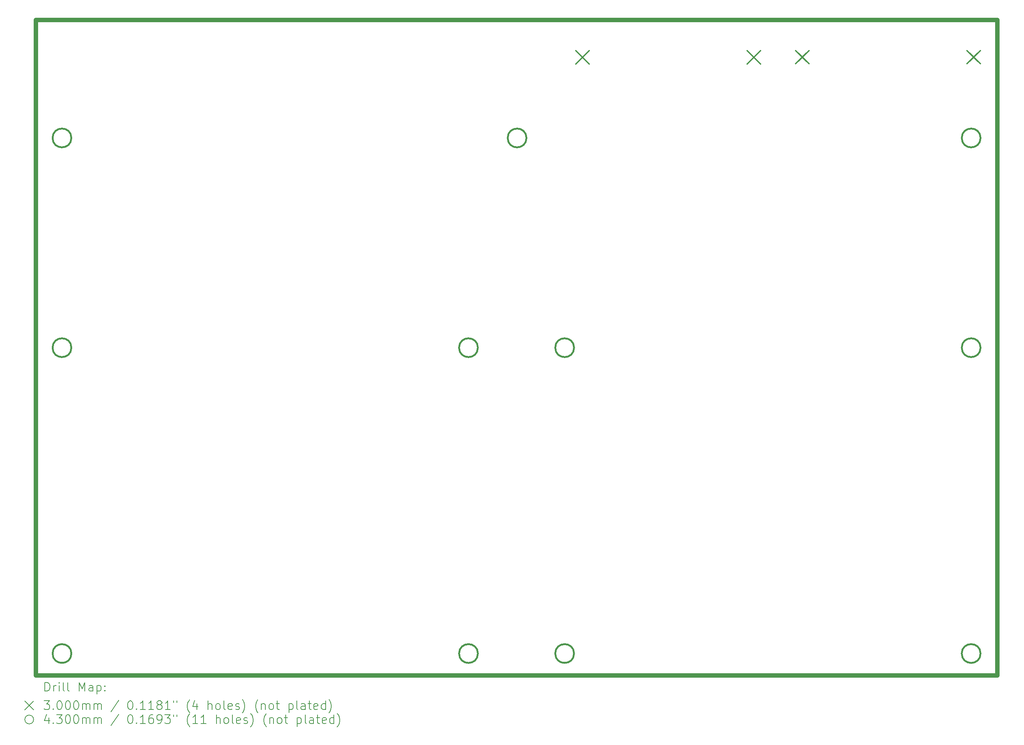
<source format=gbr>
%TF.GenerationSoftware,KiCad,Pcbnew,8.0.3*%
%TF.CreationDate,2024-07-12T16:59:57+02:00*%
%TF.ProjectId,Sally2,53616c6c-7932-42e6-9b69-6361645f7063,rev?*%
%TF.SameCoordinates,Original*%
%TF.FileFunction,Drillmap*%
%TF.FilePolarity,Positive*%
%FSLAX45Y45*%
G04 Gerber Fmt 4.5, Leading zero omitted, Abs format (unit mm)*
G04 Created by KiCad (PCBNEW 8.0.3) date 2024-07-12 16:59:57*
%MOMM*%
%LPD*%
G01*
G04 APERTURE LIST*
%ADD10C,1.000000*%
%ADD11C,0.200000*%
%ADD12C,0.300000*%
%ADD13C,0.430000*%
G04 APERTURE END LIST*
D10*
X1000000Y0D02*
X23000000Y0D01*
X23000000Y-15000000D01*
X1000000Y-15000000D01*
X1000000Y0D01*
D11*
D12*
X13359100Y-704070D02*
X13659100Y-1004070D01*
X13659100Y-704070D02*
X13359100Y-1004070D01*
X17278100Y-704070D02*
X17578100Y-1004070D01*
X17578100Y-704070D02*
X17278100Y-1004070D01*
X18388300Y-700200D02*
X18688300Y-1000200D01*
X18688300Y-700200D02*
X18388300Y-1000200D01*
X22307300Y-700200D02*
X22607300Y-1000200D01*
X22607300Y-700200D02*
X22307300Y-1000200D01*
D13*
X1815000Y-2699400D02*
G75*
G02*
X1385000Y-2699400I-215000J0D01*
G01*
X1385000Y-2699400D02*
G75*
G02*
X1815000Y-2699400I215000J0D01*
G01*
X1815000Y-7500000D02*
G75*
G02*
X1385000Y-7500000I-215000J0D01*
G01*
X1385000Y-7500000D02*
G75*
G02*
X1815000Y-7500000I215000J0D01*
G01*
X1815000Y-14500000D02*
G75*
G02*
X1385000Y-14500000I-215000J0D01*
G01*
X1385000Y-14500000D02*
G75*
G02*
X1815000Y-14500000I215000J0D01*
G01*
X11115000Y-7500000D02*
G75*
G02*
X10685000Y-7500000I-215000J0D01*
G01*
X10685000Y-7500000D02*
G75*
G02*
X11115000Y-7500000I215000J0D01*
G01*
X11115000Y-14500000D02*
G75*
G02*
X10685000Y-14500000I-215000J0D01*
G01*
X10685000Y-14500000D02*
G75*
G02*
X11115000Y-14500000I215000J0D01*
G01*
X12226400Y-2699400D02*
G75*
G02*
X11796400Y-2699400I-215000J0D01*
G01*
X11796400Y-2699400D02*
G75*
G02*
X12226400Y-2699400I215000J0D01*
G01*
X13315000Y-7500000D02*
G75*
G02*
X12885000Y-7500000I-215000J0D01*
G01*
X12885000Y-7500000D02*
G75*
G02*
X13315000Y-7500000I215000J0D01*
G01*
X13315000Y-14500000D02*
G75*
G02*
X12885000Y-14500000I-215000J0D01*
G01*
X12885000Y-14500000D02*
G75*
G02*
X13315000Y-14500000I215000J0D01*
G01*
X22615000Y-2699400D02*
G75*
G02*
X22185000Y-2699400I-215000J0D01*
G01*
X22185000Y-2699400D02*
G75*
G02*
X22615000Y-2699400I215000J0D01*
G01*
X22615000Y-7500000D02*
G75*
G02*
X22185000Y-7500000I-215000J0D01*
G01*
X22185000Y-7500000D02*
G75*
G02*
X22615000Y-7500000I215000J0D01*
G01*
X22615000Y-14500000D02*
G75*
G02*
X22185000Y-14500000I-215000J0D01*
G01*
X22185000Y-14500000D02*
G75*
G02*
X22615000Y-14500000I215000J0D01*
G01*
D11*
X1210777Y-15361484D02*
X1210777Y-15161484D01*
X1210777Y-15161484D02*
X1258396Y-15161484D01*
X1258396Y-15161484D02*
X1286967Y-15171008D01*
X1286967Y-15171008D02*
X1306015Y-15190055D01*
X1306015Y-15190055D02*
X1315539Y-15209103D01*
X1315539Y-15209103D02*
X1325063Y-15247198D01*
X1325063Y-15247198D02*
X1325063Y-15275769D01*
X1325063Y-15275769D02*
X1315539Y-15313865D01*
X1315539Y-15313865D02*
X1306015Y-15332912D01*
X1306015Y-15332912D02*
X1286967Y-15351960D01*
X1286967Y-15351960D02*
X1258396Y-15361484D01*
X1258396Y-15361484D02*
X1210777Y-15361484D01*
X1410777Y-15361484D02*
X1410777Y-15228150D01*
X1410777Y-15266246D02*
X1420301Y-15247198D01*
X1420301Y-15247198D02*
X1429824Y-15237674D01*
X1429824Y-15237674D02*
X1448872Y-15228150D01*
X1448872Y-15228150D02*
X1467920Y-15228150D01*
X1534586Y-15361484D02*
X1534586Y-15228150D01*
X1534586Y-15161484D02*
X1525062Y-15171008D01*
X1525062Y-15171008D02*
X1534586Y-15180531D01*
X1534586Y-15180531D02*
X1544110Y-15171008D01*
X1544110Y-15171008D02*
X1534586Y-15161484D01*
X1534586Y-15161484D02*
X1534586Y-15180531D01*
X1658396Y-15361484D02*
X1639348Y-15351960D01*
X1639348Y-15351960D02*
X1629824Y-15332912D01*
X1629824Y-15332912D02*
X1629824Y-15161484D01*
X1763158Y-15361484D02*
X1744110Y-15351960D01*
X1744110Y-15351960D02*
X1734586Y-15332912D01*
X1734586Y-15332912D02*
X1734586Y-15161484D01*
X1991729Y-15361484D02*
X1991729Y-15161484D01*
X1991729Y-15161484D02*
X2058396Y-15304341D01*
X2058396Y-15304341D02*
X2125063Y-15161484D01*
X2125063Y-15161484D02*
X2125063Y-15361484D01*
X2306015Y-15361484D02*
X2306015Y-15256722D01*
X2306015Y-15256722D02*
X2296491Y-15237674D01*
X2296491Y-15237674D02*
X2277444Y-15228150D01*
X2277444Y-15228150D02*
X2239348Y-15228150D01*
X2239348Y-15228150D02*
X2220301Y-15237674D01*
X2306015Y-15351960D02*
X2286967Y-15361484D01*
X2286967Y-15361484D02*
X2239348Y-15361484D01*
X2239348Y-15361484D02*
X2220301Y-15351960D01*
X2220301Y-15351960D02*
X2210777Y-15332912D01*
X2210777Y-15332912D02*
X2210777Y-15313865D01*
X2210777Y-15313865D02*
X2220301Y-15294817D01*
X2220301Y-15294817D02*
X2239348Y-15285293D01*
X2239348Y-15285293D02*
X2286967Y-15285293D01*
X2286967Y-15285293D02*
X2306015Y-15275769D01*
X2401253Y-15228150D02*
X2401253Y-15428150D01*
X2401253Y-15237674D02*
X2420301Y-15228150D01*
X2420301Y-15228150D02*
X2458396Y-15228150D01*
X2458396Y-15228150D02*
X2477444Y-15237674D01*
X2477444Y-15237674D02*
X2486967Y-15247198D01*
X2486967Y-15247198D02*
X2496491Y-15266246D01*
X2496491Y-15266246D02*
X2496491Y-15323388D01*
X2496491Y-15323388D02*
X2486967Y-15342436D01*
X2486967Y-15342436D02*
X2477444Y-15351960D01*
X2477444Y-15351960D02*
X2458396Y-15361484D01*
X2458396Y-15361484D02*
X2420301Y-15361484D01*
X2420301Y-15361484D02*
X2401253Y-15351960D01*
X2582205Y-15342436D02*
X2591729Y-15351960D01*
X2591729Y-15351960D02*
X2582205Y-15361484D01*
X2582205Y-15361484D02*
X2572682Y-15351960D01*
X2572682Y-15351960D02*
X2582205Y-15342436D01*
X2582205Y-15342436D02*
X2582205Y-15361484D01*
X2582205Y-15237674D02*
X2591729Y-15247198D01*
X2591729Y-15247198D02*
X2582205Y-15256722D01*
X2582205Y-15256722D02*
X2572682Y-15247198D01*
X2572682Y-15247198D02*
X2582205Y-15237674D01*
X2582205Y-15237674D02*
X2582205Y-15256722D01*
X750000Y-15590000D02*
X950000Y-15790000D01*
X950000Y-15590000D02*
X750000Y-15790000D01*
X1191729Y-15581484D02*
X1315539Y-15581484D01*
X1315539Y-15581484D02*
X1248872Y-15657674D01*
X1248872Y-15657674D02*
X1277444Y-15657674D01*
X1277444Y-15657674D02*
X1296491Y-15667198D01*
X1296491Y-15667198D02*
X1306015Y-15676722D01*
X1306015Y-15676722D02*
X1315539Y-15695769D01*
X1315539Y-15695769D02*
X1315539Y-15743388D01*
X1315539Y-15743388D02*
X1306015Y-15762436D01*
X1306015Y-15762436D02*
X1296491Y-15771960D01*
X1296491Y-15771960D02*
X1277444Y-15781484D01*
X1277444Y-15781484D02*
X1220301Y-15781484D01*
X1220301Y-15781484D02*
X1201253Y-15771960D01*
X1201253Y-15771960D02*
X1191729Y-15762436D01*
X1401253Y-15762436D02*
X1410777Y-15771960D01*
X1410777Y-15771960D02*
X1401253Y-15781484D01*
X1401253Y-15781484D02*
X1391729Y-15771960D01*
X1391729Y-15771960D02*
X1401253Y-15762436D01*
X1401253Y-15762436D02*
X1401253Y-15781484D01*
X1534586Y-15581484D02*
X1553634Y-15581484D01*
X1553634Y-15581484D02*
X1572682Y-15591008D01*
X1572682Y-15591008D02*
X1582205Y-15600531D01*
X1582205Y-15600531D02*
X1591729Y-15619579D01*
X1591729Y-15619579D02*
X1601253Y-15657674D01*
X1601253Y-15657674D02*
X1601253Y-15705293D01*
X1601253Y-15705293D02*
X1591729Y-15743388D01*
X1591729Y-15743388D02*
X1582205Y-15762436D01*
X1582205Y-15762436D02*
X1572682Y-15771960D01*
X1572682Y-15771960D02*
X1553634Y-15781484D01*
X1553634Y-15781484D02*
X1534586Y-15781484D01*
X1534586Y-15781484D02*
X1515539Y-15771960D01*
X1515539Y-15771960D02*
X1506015Y-15762436D01*
X1506015Y-15762436D02*
X1496491Y-15743388D01*
X1496491Y-15743388D02*
X1486967Y-15705293D01*
X1486967Y-15705293D02*
X1486967Y-15657674D01*
X1486967Y-15657674D02*
X1496491Y-15619579D01*
X1496491Y-15619579D02*
X1506015Y-15600531D01*
X1506015Y-15600531D02*
X1515539Y-15591008D01*
X1515539Y-15591008D02*
X1534586Y-15581484D01*
X1725062Y-15581484D02*
X1744110Y-15581484D01*
X1744110Y-15581484D02*
X1763158Y-15591008D01*
X1763158Y-15591008D02*
X1772682Y-15600531D01*
X1772682Y-15600531D02*
X1782205Y-15619579D01*
X1782205Y-15619579D02*
X1791729Y-15657674D01*
X1791729Y-15657674D02*
X1791729Y-15705293D01*
X1791729Y-15705293D02*
X1782205Y-15743388D01*
X1782205Y-15743388D02*
X1772682Y-15762436D01*
X1772682Y-15762436D02*
X1763158Y-15771960D01*
X1763158Y-15771960D02*
X1744110Y-15781484D01*
X1744110Y-15781484D02*
X1725062Y-15781484D01*
X1725062Y-15781484D02*
X1706015Y-15771960D01*
X1706015Y-15771960D02*
X1696491Y-15762436D01*
X1696491Y-15762436D02*
X1686967Y-15743388D01*
X1686967Y-15743388D02*
X1677443Y-15705293D01*
X1677443Y-15705293D02*
X1677443Y-15657674D01*
X1677443Y-15657674D02*
X1686967Y-15619579D01*
X1686967Y-15619579D02*
X1696491Y-15600531D01*
X1696491Y-15600531D02*
X1706015Y-15591008D01*
X1706015Y-15591008D02*
X1725062Y-15581484D01*
X1915539Y-15581484D02*
X1934586Y-15581484D01*
X1934586Y-15581484D02*
X1953634Y-15591008D01*
X1953634Y-15591008D02*
X1963158Y-15600531D01*
X1963158Y-15600531D02*
X1972682Y-15619579D01*
X1972682Y-15619579D02*
X1982205Y-15657674D01*
X1982205Y-15657674D02*
X1982205Y-15705293D01*
X1982205Y-15705293D02*
X1972682Y-15743388D01*
X1972682Y-15743388D02*
X1963158Y-15762436D01*
X1963158Y-15762436D02*
X1953634Y-15771960D01*
X1953634Y-15771960D02*
X1934586Y-15781484D01*
X1934586Y-15781484D02*
X1915539Y-15781484D01*
X1915539Y-15781484D02*
X1896491Y-15771960D01*
X1896491Y-15771960D02*
X1886967Y-15762436D01*
X1886967Y-15762436D02*
X1877443Y-15743388D01*
X1877443Y-15743388D02*
X1867920Y-15705293D01*
X1867920Y-15705293D02*
X1867920Y-15657674D01*
X1867920Y-15657674D02*
X1877443Y-15619579D01*
X1877443Y-15619579D02*
X1886967Y-15600531D01*
X1886967Y-15600531D02*
X1896491Y-15591008D01*
X1896491Y-15591008D02*
X1915539Y-15581484D01*
X2067920Y-15781484D02*
X2067920Y-15648150D01*
X2067920Y-15667198D02*
X2077443Y-15657674D01*
X2077443Y-15657674D02*
X2096491Y-15648150D01*
X2096491Y-15648150D02*
X2125063Y-15648150D01*
X2125063Y-15648150D02*
X2144110Y-15657674D01*
X2144110Y-15657674D02*
X2153634Y-15676722D01*
X2153634Y-15676722D02*
X2153634Y-15781484D01*
X2153634Y-15676722D02*
X2163158Y-15657674D01*
X2163158Y-15657674D02*
X2182205Y-15648150D01*
X2182205Y-15648150D02*
X2210777Y-15648150D01*
X2210777Y-15648150D02*
X2229825Y-15657674D01*
X2229825Y-15657674D02*
X2239348Y-15676722D01*
X2239348Y-15676722D02*
X2239348Y-15781484D01*
X2334586Y-15781484D02*
X2334586Y-15648150D01*
X2334586Y-15667198D02*
X2344110Y-15657674D01*
X2344110Y-15657674D02*
X2363158Y-15648150D01*
X2363158Y-15648150D02*
X2391729Y-15648150D01*
X2391729Y-15648150D02*
X2410777Y-15657674D01*
X2410777Y-15657674D02*
X2420301Y-15676722D01*
X2420301Y-15676722D02*
X2420301Y-15781484D01*
X2420301Y-15676722D02*
X2429825Y-15657674D01*
X2429825Y-15657674D02*
X2448872Y-15648150D01*
X2448872Y-15648150D02*
X2477444Y-15648150D01*
X2477444Y-15648150D02*
X2496491Y-15657674D01*
X2496491Y-15657674D02*
X2506015Y-15676722D01*
X2506015Y-15676722D02*
X2506015Y-15781484D01*
X2896491Y-15571960D02*
X2725063Y-15829103D01*
X3153634Y-15581484D02*
X3172682Y-15581484D01*
X3172682Y-15581484D02*
X3191729Y-15591008D01*
X3191729Y-15591008D02*
X3201253Y-15600531D01*
X3201253Y-15600531D02*
X3210777Y-15619579D01*
X3210777Y-15619579D02*
X3220301Y-15657674D01*
X3220301Y-15657674D02*
X3220301Y-15705293D01*
X3220301Y-15705293D02*
X3210777Y-15743388D01*
X3210777Y-15743388D02*
X3201253Y-15762436D01*
X3201253Y-15762436D02*
X3191729Y-15771960D01*
X3191729Y-15771960D02*
X3172682Y-15781484D01*
X3172682Y-15781484D02*
X3153634Y-15781484D01*
X3153634Y-15781484D02*
X3134586Y-15771960D01*
X3134586Y-15771960D02*
X3125063Y-15762436D01*
X3125063Y-15762436D02*
X3115539Y-15743388D01*
X3115539Y-15743388D02*
X3106015Y-15705293D01*
X3106015Y-15705293D02*
X3106015Y-15657674D01*
X3106015Y-15657674D02*
X3115539Y-15619579D01*
X3115539Y-15619579D02*
X3125063Y-15600531D01*
X3125063Y-15600531D02*
X3134586Y-15591008D01*
X3134586Y-15591008D02*
X3153634Y-15581484D01*
X3306015Y-15762436D02*
X3315539Y-15771960D01*
X3315539Y-15771960D02*
X3306015Y-15781484D01*
X3306015Y-15781484D02*
X3296491Y-15771960D01*
X3296491Y-15771960D02*
X3306015Y-15762436D01*
X3306015Y-15762436D02*
X3306015Y-15781484D01*
X3506015Y-15781484D02*
X3391729Y-15781484D01*
X3448872Y-15781484D02*
X3448872Y-15581484D01*
X3448872Y-15581484D02*
X3429825Y-15610055D01*
X3429825Y-15610055D02*
X3410777Y-15629103D01*
X3410777Y-15629103D02*
X3391729Y-15638627D01*
X3696491Y-15781484D02*
X3582206Y-15781484D01*
X3639348Y-15781484D02*
X3639348Y-15581484D01*
X3639348Y-15581484D02*
X3620301Y-15610055D01*
X3620301Y-15610055D02*
X3601253Y-15629103D01*
X3601253Y-15629103D02*
X3582206Y-15638627D01*
X3810777Y-15667198D02*
X3791729Y-15657674D01*
X3791729Y-15657674D02*
X3782206Y-15648150D01*
X3782206Y-15648150D02*
X3772682Y-15629103D01*
X3772682Y-15629103D02*
X3772682Y-15619579D01*
X3772682Y-15619579D02*
X3782206Y-15600531D01*
X3782206Y-15600531D02*
X3791729Y-15591008D01*
X3791729Y-15591008D02*
X3810777Y-15581484D01*
X3810777Y-15581484D02*
X3848872Y-15581484D01*
X3848872Y-15581484D02*
X3867920Y-15591008D01*
X3867920Y-15591008D02*
X3877444Y-15600531D01*
X3877444Y-15600531D02*
X3886967Y-15619579D01*
X3886967Y-15619579D02*
X3886967Y-15629103D01*
X3886967Y-15629103D02*
X3877444Y-15648150D01*
X3877444Y-15648150D02*
X3867920Y-15657674D01*
X3867920Y-15657674D02*
X3848872Y-15667198D01*
X3848872Y-15667198D02*
X3810777Y-15667198D01*
X3810777Y-15667198D02*
X3791729Y-15676722D01*
X3791729Y-15676722D02*
X3782206Y-15686246D01*
X3782206Y-15686246D02*
X3772682Y-15705293D01*
X3772682Y-15705293D02*
X3772682Y-15743388D01*
X3772682Y-15743388D02*
X3782206Y-15762436D01*
X3782206Y-15762436D02*
X3791729Y-15771960D01*
X3791729Y-15771960D02*
X3810777Y-15781484D01*
X3810777Y-15781484D02*
X3848872Y-15781484D01*
X3848872Y-15781484D02*
X3867920Y-15771960D01*
X3867920Y-15771960D02*
X3877444Y-15762436D01*
X3877444Y-15762436D02*
X3886967Y-15743388D01*
X3886967Y-15743388D02*
X3886967Y-15705293D01*
X3886967Y-15705293D02*
X3877444Y-15686246D01*
X3877444Y-15686246D02*
X3867920Y-15676722D01*
X3867920Y-15676722D02*
X3848872Y-15667198D01*
X4077444Y-15781484D02*
X3963158Y-15781484D01*
X4020301Y-15781484D02*
X4020301Y-15581484D01*
X4020301Y-15581484D02*
X4001253Y-15610055D01*
X4001253Y-15610055D02*
X3982206Y-15629103D01*
X3982206Y-15629103D02*
X3963158Y-15638627D01*
X4153634Y-15581484D02*
X4153634Y-15619579D01*
X4229825Y-15581484D02*
X4229825Y-15619579D01*
X4525063Y-15857674D02*
X4515539Y-15848150D01*
X4515539Y-15848150D02*
X4496491Y-15819579D01*
X4496491Y-15819579D02*
X4486968Y-15800531D01*
X4486968Y-15800531D02*
X4477444Y-15771960D01*
X4477444Y-15771960D02*
X4467920Y-15724341D01*
X4467920Y-15724341D02*
X4467920Y-15686246D01*
X4467920Y-15686246D02*
X4477444Y-15638627D01*
X4477444Y-15638627D02*
X4486968Y-15610055D01*
X4486968Y-15610055D02*
X4496491Y-15591008D01*
X4496491Y-15591008D02*
X4515539Y-15562436D01*
X4515539Y-15562436D02*
X4525063Y-15552912D01*
X4686968Y-15648150D02*
X4686968Y-15781484D01*
X4639349Y-15571960D02*
X4591730Y-15714817D01*
X4591730Y-15714817D02*
X4715539Y-15714817D01*
X4944111Y-15781484D02*
X4944111Y-15581484D01*
X5029825Y-15781484D02*
X5029825Y-15676722D01*
X5029825Y-15676722D02*
X5020301Y-15657674D01*
X5020301Y-15657674D02*
X5001253Y-15648150D01*
X5001253Y-15648150D02*
X4972682Y-15648150D01*
X4972682Y-15648150D02*
X4953634Y-15657674D01*
X4953634Y-15657674D02*
X4944111Y-15667198D01*
X5153634Y-15781484D02*
X5134587Y-15771960D01*
X5134587Y-15771960D02*
X5125063Y-15762436D01*
X5125063Y-15762436D02*
X5115539Y-15743388D01*
X5115539Y-15743388D02*
X5115539Y-15686246D01*
X5115539Y-15686246D02*
X5125063Y-15667198D01*
X5125063Y-15667198D02*
X5134587Y-15657674D01*
X5134587Y-15657674D02*
X5153634Y-15648150D01*
X5153634Y-15648150D02*
X5182206Y-15648150D01*
X5182206Y-15648150D02*
X5201253Y-15657674D01*
X5201253Y-15657674D02*
X5210777Y-15667198D01*
X5210777Y-15667198D02*
X5220301Y-15686246D01*
X5220301Y-15686246D02*
X5220301Y-15743388D01*
X5220301Y-15743388D02*
X5210777Y-15762436D01*
X5210777Y-15762436D02*
X5201253Y-15771960D01*
X5201253Y-15771960D02*
X5182206Y-15781484D01*
X5182206Y-15781484D02*
X5153634Y-15781484D01*
X5334587Y-15781484D02*
X5315539Y-15771960D01*
X5315539Y-15771960D02*
X5306015Y-15752912D01*
X5306015Y-15752912D02*
X5306015Y-15581484D01*
X5486968Y-15771960D02*
X5467920Y-15781484D01*
X5467920Y-15781484D02*
X5429825Y-15781484D01*
X5429825Y-15781484D02*
X5410777Y-15771960D01*
X5410777Y-15771960D02*
X5401253Y-15752912D01*
X5401253Y-15752912D02*
X5401253Y-15676722D01*
X5401253Y-15676722D02*
X5410777Y-15657674D01*
X5410777Y-15657674D02*
X5429825Y-15648150D01*
X5429825Y-15648150D02*
X5467920Y-15648150D01*
X5467920Y-15648150D02*
X5486968Y-15657674D01*
X5486968Y-15657674D02*
X5496492Y-15676722D01*
X5496492Y-15676722D02*
X5496492Y-15695769D01*
X5496492Y-15695769D02*
X5401253Y-15714817D01*
X5572682Y-15771960D02*
X5591730Y-15781484D01*
X5591730Y-15781484D02*
X5629825Y-15781484D01*
X5629825Y-15781484D02*
X5648872Y-15771960D01*
X5648872Y-15771960D02*
X5658396Y-15752912D01*
X5658396Y-15752912D02*
X5658396Y-15743388D01*
X5658396Y-15743388D02*
X5648872Y-15724341D01*
X5648872Y-15724341D02*
X5629825Y-15714817D01*
X5629825Y-15714817D02*
X5601253Y-15714817D01*
X5601253Y-15714817D02*
X5582206Y-15705293D01*
X5582206Y-15705293D02*
X5572682Y-15686246D01*
X5572682Y-15686246D02*
X5572682Y-15676722D01*
X5572682Y-15676722D02*
X5582206Y-15657674D01*
X5582206Y-15657674D02*
X5601253Y-15648150D01*
X5601253Y-15648150D02*
X5629825Y-15648150D01*
X5629825Y-15648150D02*
X5648872Y-15657674D01*
X5725063Y-15857674D02*
X5734587Y-15848150D01*
X5734587Y-15848150D02*
X5753634Y-15819579D01*
X5753634Y-15819579D02*
X5763158Y-15800531D01*
X5763158Y-15800531D02*
X5772682Y-15771960D01*
X5772682Y-15771960D02*
X5782206Y-15724341D01*
X5782206Y-15724341D02*
X5782206Y-15686246D01*
X5782206Y-15686246D02*
X5772682Y-15638627D01*
X5772682Y-15638627D02*
X5763158Y-15610055D01*
X5763158Y-15610055D02*
X5753634Y-15591008D01*
X5753634Y-15591008D02*
X5734587Y-15562436D01*
X5734587Y-15562436D02*
X5725063Y-15552912D01*
X6086968Y-15857674D02*
X6077444Y-15848150D01*
X6077444Y-15848150D02*
X6058396Y-15819579D01*
X6058396Y-15819579D02*
X6048872Y-15800531D01*
X6048872Y-15800531D02*
X6039349Y-15771960D01*
X6039349Y-15771960D02*
X6029825Y-15724341D01*
X6029825Y-15724341D02*
X6029825Y-15686246D01*
X6029825Y-15686246D02*
X6039349Y-15638627D01*
X6039349Y-15638627D02*
X6048872Y-15610055D01*
X6048872Y-15610055D02*
X6058396Y-15591008D01*
X6058396Y-15591008D02*
X6077444Y-15562436D01*
X6077444Y-15562436D02*
X6086968Y-15552912D01*
X6163158Y-15648150D02*
X6163158Y-15781484D01*
X6163158Y-15667198D02*
X6172682Y-15657674D01*
X6172682Y-15657674D02*
X6191730Y-15648150D01*
X6191730Y-15648150D02*
X6220301Y-15648150D01*
X6220301Y-15648150D02*
X6239349Y-15657674D01*
X6239349Y-15657674D02*
X6248872Y-15676722D01*
X6248872Y-15676722D02*
X6248872Y-15781484D01*
X6372682Y-15781484D02*
X6353634Y-15771960D01*
X6353634Y-15771960D02*
X6344111Y-15762436D01*
X6344111Y-15762436D02*
X6334587Y-15743388D01*
X6334587Y-15743388D02*
X6334587Y-15686246D01*
X6334587Y-15686246D02*
X6344111Y-15667198D01*
X6344111Y-15667198D02*
X6353634Y-15657674D01*
X6353634Y-15657674D02*
X6372682Y-15648150D01*
X6372682Y-15648150D02*
X6401253Y-15648150D01*
X6401253Y-15648150D02*
X6420301Y-15657674D01*
X6420301Y-15657674D02*
X6429825Y-15667198D01*
X6429825Y-15667198D02*
X6439349Y-15686246D01*
X6439349Y-15686246D02*
X6439349Y-15743388D01*
X6439349Y-15743388D02*
X6429825Y-15762436D01*
X6429825Y-15762436D02*
X6420301Y-15771960D01*
X6420301Y-15771960D02*
X6401253Y-15781484D01*
X6401253Y-15781484D02*
X6372682Y-15781484D01*
X6496492Y-15648150D02*
X6572682Y-15648150D01*
X6525063Y-15581484D02*
X6525063Y-15752912D01*
X6525063Y-15752912D02*
X6534587Y-15771960D01*
X6534587Y-15771960D02*
X6553634Y-15781484D01*
X6553634Y-15781484D02*
X6572682Y-15781484D01*
X6791730Y-15648150D02*
X6791730Y-15848150D01*
X6791730Y-15657674D02*
X6810777Y-15648150D01*
X6810777Y-15648150D02*
X6848873Y-15648150D01*
X6848873Y-15648150D02*
X6867920Y-15657674D01*
X6867920Y-15657674D02*
X6877444Y-15667198D01*
X6877444Y-15667198D02*
X6886968Y-15686246D01*
X6886968Y-15686246D02*
X6886968Y-15743388D01*
X6886968Y-15743388D02*
X6877444Y-15762436D01*
X6877444Y-15762436D02*
X6867920Y-15771960D01*
X6867920Y-15771960D02*
X6848873Y-15781484D01*
X6848873Y-15781484D02*
X6810777Y-15781484D01*
X6810777Y-15781484D02*
X6791730Y-15771960D01*
X7001253Y-15781484D02*
X6982206Y-15771960D01*
X6982206Y-15771960D02*
X6972682Y-15752912D01*
X6972682Y-15752912D02*
X6972682Y-15581484D01*
X7163158Y-15781484D02*
X7163158Y-15676722D01*
X7163158Y-15676722D02*
X7153634Y-15657674D01*
X7153634Y-15657674D02*
X7134587Y-15648150D01*
X7134587Y-15648150D02*
X7096492Y-15648150D01*
X7096492Y-15648150D02*
X7077444Y-15657674D01*
X7163158Y-15771960D02*
X7144111Y-15781484D01*
X7144111Y-15781484D02*
X7096492Y-15781484D01*
X7096492Y-15781484D02*
X7077444Y-15771960D01*
X7077444Y-15771960D02*
X7067920Y-15752912D01*
X7067920Y-15752912D02*
X7067920Y-15733865D01*
X7067920Y-15733865D02*
X7077444Y-15714817D01*
X7077444Y-15714817D02*
X7096492Y-15705293D01*
X7096492Y-15705293D02*
X7144111Y-15705293D01*
X7144111Y-15705293D02*
X7163158Y-15695769D01*
X7229825Y-15648150D02*
X7306015Y-15648150D01*
X7258396Y-15581484D02*
X7258396Y-15752912D01*
X7258396Y-15752912D02*
X7267920Y-15771960D01*
X7267920Y-15771960D02*
X7286968Y-15781484D01*
X7286968Y-15781484D02*
X7306015Y-15781484D01*
X7448873Y-15771960D02*
X7429825Y-15781484D01*
X7429825Y-15781484D02*
X7391730Y-15781484D01*
X7391730Y-15781484D02*
X7372682Y-15771960D01*
X7372682Y-15771960D02*
X7363158Y-15752912D01*
X7363158Y-15752912D02*
X7363158Y-15676722D01*
X7363158Y-15676722D02*
X7372682Y-15657674D01*
X7372682Y-15657674D02*
X7391730Y-15648150D01*
X7391730Y-15648150D02*
X7429825Y-15648150D01*
X7429825Y-15648150D02*
X7448873Y-15657674D01*
X7448873Y-15657674D02*
X7458396Y-15676722D01*
X7458396Y-15676722D02*
X7458396Y-15695769D01*
X7458396Y-15695769D02*
X7363158Y-15714817D01*
X7629825Y-15781484D02*
X7629825Y-15581484D01*
X7629825Y-15771960D02*
X7610777Y-15781484D01*
X7610777Y-15781484D02*
X7572682Y-15781484D01*
X7572682Y-15781484D02*
X7553634Y-15771960D01*
X7553634Y-15771960D02*
X7544111Y-15762436D01*
X7544111Y-15762436D02*
X7534587Y-15743388D01*
X7534587Y-15743388D02*
X7534587Y-15686246D01*
X7534587Y-15686246D02*
X7544111Y-15667198D01*
X7544111Y-15667198D02*
X7553634Y-15657674D01*
X7553634Y-15657674D02*
X7572682Y-15648150D01*
X7572682Y-15648150D02*
X7610777Y-15648150D01*
X7610777Y-15648150D02*
X7629825Y-15657674D01*
X7706015Y-15857674D02*
X7715539Y-15848150D01*
X7715539Y-15848150D02*
X7734587Y-15819579D01*
X7734587Y-15819579D02*
X7744111Y-15800531D01*
X7744111Y-15800531D02*
X7753634Y-15771960D01*
X7753634Y-15771960D02*
X7763158Y-15724341D01*
X7763158Y-15724341D02*
X7763158Y-15686246D01*
X7763158Y-15686246D02*
X7753634Y-15638627D01*
X7753634Y-15638627D02*
X7744111Y-15610055D01*
X7744111Y-15610055D02*
X7734587Y-15591008D01*
X7734587Y-15591008D02*
X7715539Y-15562436D01*
X7715539Y-15562436D02*
X7706015Y-15552912D01*
X950000Y-16010000D02*
G75*
G02*
X750000Y-16010000I-100000J0D01*
G01*
X750000Y-16010000D02*
G75*
G02*
X950000Y-16010000I100000J0D01*
G01*
X1296491Y-15968150D02*
X1296491Y-16101484D01*
X1248872Y-15891960D02*
X1201253Y-16034817D01*
X1201253Y-16034817D02*
X1325063Y-16034817D01*
X1401253Y-16082436D02*
X1410777Y-16091960D01*
X1410777Y-16091960D02*
X1401253Y-16101484D01*
X1401253Y-16101484D02*
X1391729Y-16091960D01*
X1391729Y-16091960D02*
X1401253Y-16082436D01*
X1401253Y-16082436D02*
X1401253Y-16101484D01*
X1477443Y-15901484D02*
X1601253Y-15901484D01*
X1601253Y-15901484D02*
X1534586Y-15977674D01*
X1534586Y-15977674D02*
X1563158Y-15977674D01*
X1563158Y-15977674D02*
X1582205Y-15987198D01*
X1582205Y-15987198D02*
X1591729Y-15996722D01*
X1591729Y-15996722D02*
X1601253Y-16015769D01*
X1601253Y-16015769D02*
X1601253Y-16063388D01*
X1601253Y-16063388D02*
X1591729Y-16082436D01*
X1591729Y-16082436D02*
X1582205Y-16091960D01*
X1582205Y-16091960D02*
X1563158Y-16101484D01*
X1563158Y-16101484D02*
X1506015Y-16101484D01*
X1506015Y-16101484D02*
X1486967Y-16091960D01*
X1486967Y-16091960D02*
X1477443Y-16082436D01*
X1725062Y-15901484D02*
X1744110Y-15901484D01*
X1744110Y-15901484D02*
X1763158Y-15911008D01*
X1763158Y-15911008D02*
X1772682Y-15920531D01*
X1772682Y-15920531D02*
X1782205Y-15939579D01*
X1782205Y-15939579D02*
X1791729Y-15977674D01*
X1791729Y-15977674D02*
X1791729Y-16025293D01*
X1791729Y-16025293D02*
X1782205Y-16063388D01*
X1782205Y-16063388D02*
X1772682Y-16082436D01*
X1772682Y-16082436D02*
X1763158Y-16091960D01*
X1763158Y-16091960D02*
X1744110Y-16101484D01*
X1744110Y-16101484D02*
X1725062Y-16101484D01*
X1725062Y-16101484D02*
X1706015Y-16091960D01*
X1706015Y-16091960D02*
X1696491Y-16082436D01*
X1696491Y-16082436D02*
X1686967Y-16063388D01*
X1686967Y-16063388D02*
X1677443Y-16025293D01*
X1677443Y-16025293D02*
X1677443Y-15977674D01*
X1677443Y-15977674D02*
X1686967Y-15939579D01*
X1686967Y-15939579D02*
X1696491Y-15920531D01*
X1696491Y-15920531D02*
X1706015Y-15911008D01*
X1706015Y-15911008D02*
X1725062Y-15901484D01*
X1915539Y-15901484D02*
X1934586Y-15901484D01*
X1934586Y-15901484D02*
X1953634Y-15911008D01*
X1953634Y-15911008D02*
X1963158Y-15920531D01*
X1963158Y-15920531D02*
X1972682Y-15939579D01*
X1972682Y-15939579D02*
X1982205Y-15977674D01*
X1982205Y-15977674D02*
X1982205Y-16025293D01*
X1982205Y-16025293D02*
X1972682Y-16063388D01*
X1972682Y-16063388D02*
X1963158Y-16082436D01*
X1963158Y-16082436D02*
X1953634Y-16091960D01*
X1953634Y-16091960D02*
X1934586Y-16101484D01*
X1934586Y-16101484D02*
X1915539Y-16101484D01*
X1915539Y-16101484D02*
X1896491Y-16091960D01*
X1896491Y-16091960D02*
X1886967Y-16082436D01*
X1886967Y-16082436D02*
X1877443Y-16063388D01*
X1877443Y-16063388D02*
X1867920Y-16025293D01*
X1867920Y-16025293D02*
X1867920Y-15977674D01*
X1867920Y-15977674D02*
X1877443Y-15939579D01*
X1877443Y-15939579D02*
X1886967Y-15920531D01*
X1886967Y-15920531D02*
X1896491Y-15911008D01*
X1896491Y-15911008D02*
X1915539Y-15901484D01*
X2067920Y-16101484D02*
X2067920Y-15968150D01*
X2067920Y-15987198D02*
X2077443Y-15977674D01*
X2077443Y-15977674D02*
X2096491Y-15968150D01*
X2096491Y-15968150D02*
X2125063Y-15968150D01*
X2125063Y-15968150D02*
X2144110Y-15977674D01*
X2144110Y-15977674D02*
X2153634Y-15996722D01*
X2153634Y-15996722D02*
X2153634Y-16101484D01*
X2153634Y-15996722D02*
X2163158Y-15977674D01*
X2163158Y-15977674D02*
X2182205Y-15968150D01*
X2182205Y-15968150D02*
X2210777Y-15968150D01*
X2210777Y-15968150D02*
X2229825Y-15977674D01*
X2229825Y-15977674D02*
X2239348Y-15996722D01*
X2239348Y-15996722D02*
X2239348Y-16101484D01*
X2334586Y-16101484D02*
X2334586Y-15968150D01*
X2334586Y-15987198D02*
X2344110Y-15977674D01*
X2344110Y-15977674D02*
X2363158Y-15968150D01*
X2363158Y-15968150D02*
X2391729Y-15968150D01*
X2391729Y-15968150D02*
X2410777Y-15977674D01*
X2410777Y-15977674D02*
X2420301Y-15996722D01*
X2420301Y-15996722D02*
X2420301Y-16101484D01*
X2420301Y-15996722D02*
X2429825Y-15977674D01*
X2429825Y-15977674D02*
X2448872Y-15968150D01*
X2448872Y-15968150D02*
X2477444Y-15968150D01*
X2477444Y-15968150D02*
X2496491Y-15977674D01*
X2496491Y-15977674D02*
X2506015Y-15996722D01*
X2506015Y-15996722D02*
X2506015Y-16101484D01*
X2896491Y-15891960D02*
X2725063Y-16149103D01*
X3153634Y-15901484D02*
X3172682Y-15901484D01*
X3172682Y-15901484D02*
X3191729Y-15911008D01*
X3191729Y-15911008D02*
X3201253Y-15920531D01*
X3201253Y-15920531D02*
X3210777Y-15939579D01*
X3210777Y-15939579D02*
X3220301Y-15977674D01*
X3220301Y-15977674D02*
X3220301Y-16025293D01*
X3220301Y-16025293D02*
X3210777Y-16063388D01*
X3210777Y-16063388D02*
X3201253Y-16082436D01*
X3201253Y-16082436D02*
X3191729Y-16091960D01*
X3191729Y-16091960D02*
X3172682Y-16101484D01*
X3172682Y-16101484D02*
X3153634Y-16101484D01*
X3153634Y-16101484D02*
X3134586Y-16091960D01*
X3134586Y-16091960D02*
X3125063Y-16082436D01*
X3125063Y-16082436D02*
X3115539Y-16063388D01*
X3115539Y-16063388D02*
X3106015Y-16025293D01*
X3106015Y-16025293D02*
X3106015Y-15977674D01*
X3106015Y-15977674D02*
X3115539Y-15939579D01*
X3115539Y-15939579D02*
X3125063Y-15920531D01*
X3125063Y-15920531D02*
X3134586Y-15911008D01*
X3134586Y-15911008D02*
X3153634Y-15901484D01*
X3306015Y-16082436D02*
X3315539Y-16091960D01*
X3315539Y-16091960D02*
X3306015Y-16101484D01*
X3306015Y-16101484D02*
X3296491Y-16091960D01*
X3296491Y-16091960D02*
X3306015Y-16082436D01*
X3306015Y-16082436D02*
X3306015Y-16101484D01*
X3506015Y-16101484D02*
X3391729Y-16101484D01*
X3448872Y-16101484D02*
X3448872Y-15901484D01*
X3448872Y-15901484D02*
X3429825Y-15930055D01*
X3429825Y-15930055D02*
X3410777Y-15949103D01*
X3410777Y-15949103D02*
X3391729Y-15958627D01*
X3677444Y-15901484D02*
X3639348Y-15901484D01*
X3639348Y-15901484D02*
X3620301Y-15911008D01*
X3620301Y-15911008D02*
X3610777Y-15920531D01*
X3610777Y-15920531D02*
X3591729Y-15949103D01*
X3591729Y-15949103D02*
X3582206Y-15987198D01*
X3582206Y-15987198D02*
X3582206Y-16063388D01*
X3582206Y-16063388D02*
X3591729Y-16082436D01*
X3591729Y-16082436D02*
X3601253Y-16091960D01*
X3601253Y-16091960D02*
X3620301Y-16101484D01*
X3620301Y-16101484D02*
X3658396Y-16101484D01*
X3658396Y-16101484D02*
X3677444Y-16091960D01*
X3677444Y-16091960D02*
X3686967Y-16082436D01*
X3686967Y-16082436D02*
X3696491Y-16063388D01*
X3696491Y-16063388D02*
X3696491Y-16015769D01*
X3696491Y-16015769D02*
X3686967Y-15996722D01*
X3686967Y-15996722D02*
X3677444Y-15987198D01*
X3677444Y-15987198D02*
X3658396Y-15977674D01*
X3658396Y-15977674D02*
X3620301Y-15977674D01*
X3620301Y-15977674D02*
X3601253Y-15987198D01*
X3601253Y-15987198D02*
X3591729Y-15996722D01*
X3591729Y-15996722D02*
X3582206Y-16015769D01*
X3791729Y-16101484D02*
X3829825Y-16101484D01*
X3829825Y-16101484D02*
X3848872Y-16091960D01*
X3848872Y-16091960D02*
X3858396Y-16082436D01*
X3858396Y-16082436D02*
X3877444Y-16053865D01*
X3877444Y-16053865D02*
X3886967Y-16015769D01*
X3886967Y-16015769D02*
X3886967Y-15939579D01*
X3886967Y-15939579D02*
X3877444Y-15920531D01*
X3877444Y-15920531D02*
X3867920Y-15911008D01*
X3867920Y-15911008D02*
X3848872Y-15901484D01*
X3848872Y-15901484D02*
X3810777Y-15901484D01*
X3810777Y-15901484D02*
X3791729Y-15911008D01*
X3791729Y-15911008D02*
X3782206Y-15920531D01*
X3782206Y-15920531D02*
X3772682Y-15939579D01*
X3772682Y-15939579D02*
X3772682Y-15987198D01*
X3772682Y-15987198D02*
X3782206Y-16006246D01*
X3782206Y-16006246D02*
X3791729Y-16015769D01*
X3791729Y-16015769D02*
X3810777Y-16025293D01*
X3810777Y-16025293D02*
X3848872Y-16025293D01*
X3848872Y-16025293D02*
X3867920Y-16015769D01*
X3867920Y-16015769D02*
X3877444Y-16006246D01*
X3877444Y-16006246D02*
X3886967Y-15987198D01*
X3953634Y-15901484D02*
X4077444Y-15901484D01*
X4077444Y-15901484D02*
X4010777Y-15977674D01*
X4010777Y-15977674D02*
X4039348Y-15977674D01*
X4039348Y-15977674D02*
X4058396Y-15987198D01*
X4058396Y-15987198D02*
X4067920Y-15996722D01*
X4067920Y-15996722D02*
X4077444Y-16015769D01*
X4077444Y-16015769D02*
X4077444Y-16063388D01*
X4077444Y-16063388D02*
X4067920Y-16082436D01*
X4067920Y-16082436D02*
X4058396Y-16091960D01*
X4058396Y-16091960D02*
X4039348Y-16101484D01*
X4039348Y-16101484D02*
X3982206Y-16101484D01*
X3982206Y-16101484D02*
X3963158Y-16091960D01*
X3963158Y-16091960D02*
X3953634Y-16082436D01*
X4153634Y-15901484D02*
X4153634Y-15939579D01*
X4229825Y-15901484D02*
X4229825Y-15939579D01*
X4525063Y-16177674D02*
X4515539Y-16168150D01*
X4515539Y-16168150D02*
X4496491Y-16139579D01*
X4496491Y-16139579D02*
X4486968Y-16120531D01*
X4486968Y-16120531D02*
X4477444Y-16091960D01*
X4477444Y-16091960D02*
X4467920Y-16044341D01*
X4467920Y-16044341D02*
X4467920Y-16006246D01*
X4467920Y-16006246D02*
X4477444Y-15958627D01*
X4477444Y-15958627D02*
X4486968Y-15930055D01*
X4486968Y-15930055D02*
X4496491Y-15911008D01*
X4496491Y-15911008D02*
X4515539Y-15882436D01*
X4515539Y-15882436D02*
X4525063Y-15872912D01*
X4706015Y-16101484D02*
X4591730Y-16101484D01*
X4648872Y-16101484D02*
X4648872Y-15901484D01*
X4648872Y-15901484D02*
X4629825Y-15930055D01*
X4629825Y-15930055D02*
X4610777Y-15949103D01*
X4610777Y-15949103D02*
X4591730Y-15958627D01*
X4896491Y-16101484D02*
X4782206Y-16101484D01*
X4839349Y-16101484D02*
X4839349Y-15901484D01*
X4839349Y-15901484D02*
X4820301Y-15930055D01*
X4820301Y-15930055D02*
X4801253Y-15949103D01*
X4801253Y-15949103D02*
X4782206Y-15958627D01*
X5134587Y-16101484D02*
X5134587Y-15901484D01*
X5220301Y-16101484D02*
X5220301Y-15996722D01*
X5220301Y-15996722D02*
X5210777Y-15977674D01*
X5210777Y-15977674D02*
X5191730Y-15968150D01*
X5191730Y-15968150D02*
X5163158Y-15968150D01*
X5163158Y-15968150D02*
X5144111Y-15977674D01*
X5144111Y-15977674D02*
X5134587Y-15987198D01*
X5344111Y-16101484D02*
X5325063Y-16091960D01*
X5325063Y-16091960D02*
X5315539Y-16082436D01*
X5315539Y-16082436D02*
X5306015Y-16063388D01*
X5306015Y-16063388D02*
X5306015Y-16006246D01*
X5306015Y-16006246D02*
X5315539Y-15987198D01*
X5315539Y-15987198D02*
X5325063Y-15977674D01*
X5325063Y-15977674D02*
X5344111Y-15968150D01*
X5344111Y-15968150D02*
X5372682Y-15968150D01*
X5372682Y-15968150D02*
X5391730Y-15977674D01*
X5391730Y-15977674D02*
X5401253Y-15987198D01*
X5401253Y-15987198D02*
X5410777Y-16006246D01*
X5410777Y-16006246D02*
X5410777Y-16063388D01*
X5410777Y-16063388D02*
X5401253Y-16082436D01*
X5401253Y-16082436D02*
X5391730Y-16091960D01*
X5391730Y-16091960D02*
X5372682Y-16101484D01*
X5372682Y-16101484D02*
X5344111Y-16101484D01*
X5525063Y-16101484D02*
X5506015Y-16091960D01*
X5506015Y-16091960D02*
X5496492Y-16072912D01*
X5496492Y-16072912D02*
X5496492Y-15901484D01*
X5677444Y-16091960D02*
X5658396Y-16101484D01*
X5658396Y-16101484D02*
X5620301Y-16101484D01*
X5620301Y-16101484D02*
X5601253Y-16091960D01*
X5601253Y-16091960D02*
X5591730Y-16072912D01*
X5591730Y-16072912D02*
X5591730Y-15996722D01*
X5591730Y-15996722D02*
X5601253Y-15977674D01*
X5601253Y-15977674D02*
X5620301Y-15968150D01*
X5620301Y-15968150D02*
X5658396Y-15968150D01*
X5658396Y-15968150D02*
X5677444Y-15977674D01*
X5677444Y-15977674D02*
X5686968Y-15996722D01*
X5686968Y-15996722D02*
X5686968Y-16015769D01*
X5686968Y-16015769D02*
X5591730Y-16034817D01*
X5763158Y-16091960D02*
X5782206Y-16101484D01*
X5782206Y-16101484D02*
X5820301Y-16101484D01*
X5820301Y-16101484D02*
X5839349Y-16091960D01*
X5839349Y-16091960D02*
X5848872Y-16072912D01*
X5848872Y-16072912D02*
X5848872Y-16063388D01*
X5848872Y-16063388D02*
X5839349Y-16044341D01*
X5839349Y-16044341D02*
X5820301Y-16034817D01*
X5820301Y-16034817D02*
X5791730Y-16034817D01*
X5791730Y-16034817D02*
X5772682Y-16025293D01*
X5772682Y-16025293D02*
X5763158Y-16006246D01*
X5763158Y-16006246D02*
X5763158Y-15996722D01*
X5763158Y-15996722D02*
X5772682Y-15977674D01*
X5772682Y-15977674D02*
X5791730Y-15968150D01*
X5791730Y-15968150D02*
X5820301Y-15968150D01*
X5820301Y-15968150D02*
X5839349Y-15977674D01*
X5915539Y-16177674D02*
X5925063Y-16168150D01*
X5925063Y-16168150D02*
X5944111Y-16139579D01*
X5944111Y-16139579D02*
X5953634Y-16120531D01*
X5953634Y-16120531D02*
X5963158Y-16091960D01*
X5963158Y-16091960D02*
X5972682Y-16044341D01*
X5972682Y-16044341D02*
X5972682Y-16006246D01*
X5972682Y-16006246D02*
X5963158Y-15958627D01*
X5963158Y-15958627D02*
X5953634Y-15930055D01*
X5953634Y-15930055D02*
X5944111Y-15911008D01*
X5944111Y-15911008D02*
X5925063Y-15882436D01*
X5925063Y-15882436D02*
X5915539Y-15872912D01*
X6277444Y-16177674D02*
X6267920Y-16168150D01*
X6267920Y-16168150D02*
X6248872Y-16139579D01*
X6248872Y-16139579D02*
X6239349Y-16120531D01*
X6239349Y-16120531D02*
X6229825Y-16091960D01*
X6229825Y-16091960D02*
X6220301Y-16044341D01*
X6220301Y-16044341D02*
X6220301Y-16006246D01*
X6220301Y-16006246D02*
X6229825Y-15958627D01*
X6229825Y-15958627D02*
X6239349Y-15930055D01*
X6239349Y-15930055D02*
X6248872Y-15911008D01*
X6248872Y-15911008D02*
X6267920Y-15882436D01*
X6267920Y-15882436D02*
X6277444Y-15872912D01*
X6353634Y-15968150D02*
X6353634Y-16101484D01*
X6353634Y-15987198D02*
X6363158Y-15977674D01*
X6363158Y-15977674D02*
X6382206Y-15968150D01*
X6382206Y-15968150D02*
X6410777Y-15968150D01*
X6410777Y-15968150D02*
X6429825Y-15977674D01*
X6429825Y-15977674D02*
X6439349Y-15996722D01*
X6439349Y-15996722D02*
X6439349Y-16101484D01*
X6563158Y-16101484D02*
X6544111Y-16091960D01*
X6544111Y-16091960D02*
X6534587Y-16082436D01*
X6534587Y-16082436D02*
X6525063Y-16063388D01*
X6525063Y-16063388D02*
X6525063Y-16006246D01*
X6525063Y-16006246D02*
X6534587Y-15987198D01*
X6534587Y-15987198D02*
X6544111Y-15977674D01*
X6544111Y-15977674D02*
X6563158Y-15968150D01*
X6563158Y-15968150D02*
X6591730Y-15968150D01*
X6591730Y-15968150D02*
X6610777Y-15977674D01*
X6610777Y-15977674D02*
X6620301Y-15987198D01*
X6620301Y-15987198D02*
X6629825Y-16006246D01*
X6629825Y-16006246D02*
X6629825Y-16063388D01*
X6629825Y-16063388D02*
X6620301Y-16082436D01*
X6620301Y-16082436D02*
X6610777Y-16091960D01*
X6610777Y-16091960D02*
X6591730Y-16101484D01*
X6591730Y-16101484D02*
X6563158Y-16101484D01*
X6686968Y-15968150D02*
X6763158Y-15968150D01*
X6715539Y-15901484D02*
X6715539Y-16072912D01*
X6715539Y-16072912D02*
X6725063Y-16091960D01*
X6725063Y-16091960D02*
X6744111Y-16101484D01*
X6744111Y-16101484D02*
X6763158Y-16101484D01*
X6982206Y-15968150D02*
X6982206Y-16168150D01*
X6982206Y-15977674D02*
X7001253Y-15968150D01*
X7001253Y-15968150D02*
X7039349Y-15968150D01*
X7039349Y-15968150D02*
X7058396Y-15977674D01*
X7058396Y-15977674D02*
X7067920Y-15987198D01*
X7067920Y-15987198D02*
X7077444Y-16006246D01*
X7077444Y-16006246D02*
X7077444Y-16063388D01*
X7077444Y-16063388D02*
X7067920Y-16082436D01*
X7067920Y-16082436D02*
X7058396Y-16091960D01*
X7058396Y-16091960D02*
X7039349Y-16101484D01*
X7039349Y-16101484D02*
X7001253Y-16101484D01*
X7001253Y-16101484D02*
X6982206Y-16091960D01*
X7191730Y-16101484D02*
X7172682Y-16091960D01*
X7172682Y-16091960D02*
X7163158Y-16072912D01*
X7163158Y-16072912D02*
X7163158Y-15901484D01*
X7353634Y-16101484D02*
X7353634Y-15996722D01*
X7353634Y-15996722D02*
X7344111Y-15977674D01*
X7344111Y-15977674D02*
X7325063Y-15968150D01*
X7325063Y-15968150D02*
X7286968Y-15968150D01*
X7286968Y-15968150D02*
X7267920Y-15977674D01*
X7353634Y-16091960D02*
X7334587Y-16101484D01*
X7334587Y-16101484D02*
X7286968Y-16101484D01*
X7286968Y-16101484D02*
X7267920Y-16091960D01*
X7267920Y-16091960D02*
X7258396Y-16072912D01*
X7258396Y-16072912D02*
X7258396Y-16053865D01*
X7258396Y-16053865D02*
X7267920Y-16034817D01*
X7267920Y-16034817D02*
X7286968Y-16025293D01*
X7286968Y-16025293D02*
X7334587Y-16025293D01*
X7334587Y-16025293D02*
X7353634Y-16015769D01*
X7420301Y-15968150D02*
X7496492Y-15968150D01*
X7448873Y-15901484D02*
X7448873Y-16072912D01*
X7448873Y-16072912D02*
X7458396Y-16091960D01*
X7458396Y-16091960D02*
X7477444Y-16101484D01*
X7477444Y-16101484D02*
X7496492Y-16101484D01*
X7639349Y-16091960D02*
X7620301Y-16101484D01*
X7620301Y-16101484D02*
X7582206Y-16101484D01*
X7582206Y-16101484D02*
X7563158Y-16091960D01*
X7563158Y-16091960D02*
X7553634Y-16072912D01*
X7553634Y-16072912D02*
X7553634Y-15996722D01*
X7553634Y-15996722D02*
X7563158Y-15977674D01*
X7563158Y-15977674D02*
X7582206Y-15968150D01*
X7582206Y-15968150D02*
X7620301Y-15968150D01*
X7620301Y-15968150D02*
X7639349Y-15977674D01*
X7639349Y-15977674D02*
X7648873Y-15996722D01*
X7648873Y-15996722D02*
X7648873Y-16015769D01*
X7648873Y-16015769D02*
X7553634Y-16034817D01*
X7820301Y-16101484D02*
X7820301Y-15901484D01*
X7820301Y-16091960D02*
X7801254Y-16101484D01*
X7801254Y-16101484D02*
X7763158Y-16101484D01*
X7763158Y-16101484D02*
X7744111Y-16091960D01*
X7744111Y-16091960D02*
X7734587Y-16082436D01*
X7734587Y-16082436D02*
X7725063Y-16063388D01*
X7725063Y-16063388D02*
X7725063Y-16006246D01*
X7725063Y-16006246D02*
X7734587Y-15987198D01*
X7734587Y-15987198D02*
X7744111Y-15977674D01*
X7744111Y-15977674D02*
X7763158Y-15968150D01*
X7763158Y-15968150D02*
X7801254Y-15968150D01*
X7801254Y-15968150D02*
X7820301Y-15977674D01*
X7896492Y-16177674D02*
X7906015Y-16168150D01*
X7906015Y-16168150D02*
X7925063Y-16139579D01*
X7925063Y-16139579D02*
X7934587Y-16120531D01*
X7934587Y-16120531D02*
X7944111Y-16091960D01*
X7944111Y-16091960D02*
X7953634Y-16044341D01*
X7953634Y-16044341D02*
X7953634Y-16006246D01*
X7953634Y-16006246D02*
X7944111Y-15958627D01*
X7944111Y-15958627D02*
X7934587Y-15930055D01*
X7934587Y-15930055D02*
X7925063Y-15911008D01*
X7925063Y-15911008D02*
X7906015Y-15882436D01*
X7906015Y-15882436D02*
X7896492Y-15872912D01*
M02*

</source>
